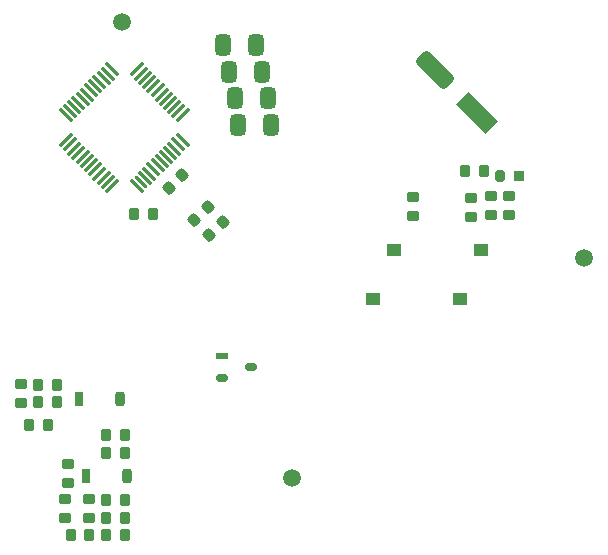
<source format=gbr>
%TF.GenerationSoftware,Altium Limited,Altium Designer,23.4.1 (23)*%
G04 Layer_Color=8421504*
%FSLAX26Y26*%
%MOIN*%
%TF.SameCoordinates,1F395C4B-4EE4-4E32-9856-E664E5071CD5*%
%TF.FilePolarity,Positive*%
%TF.FileFunction,Paste,Top*%
%TF.Part,CustomerPanel*%
G01*
G75*
%TA.AperFunction,SMDPad,CuDef*%
G04:AMPARAMS|DCode=11|XSize=39.37mil|YSize=35.433mil|CornerRadius=8.858mil|HoleSize=0mil|Usage=FLASHONLY|Rotation=0.000|XOffset=0mil|YOffset=0mil|HoleType=Round|Shape=RoundedRectangle|*
%AMROUNDEDRECTD11*
21,1,0.039370,0.017717,0,0,0.0*
21,1,0.021654,0.035433,0,0,0.0*
1,1,0.017716,0.010827,-0.008858*
1,1,0.017716,-0.010827,-0.008858*
1,1,0.017716,-0.010827,0.008858*
1,1,0.017716,0.010827,0.008858*
%
%ADD11ROUNDEDRECTD11*%
G04:AMPARAMS|DCode=12|XSize=58.071mil|YSize=11.811mil|CornerRadius=2.953mil|HoleSize=0mil|Usage=FLASHONLY|Rotation=225.000|XOffset=0mil|YOffset=0mil|HoleType=Round|Shape=RoundedRectangle|*
%AMROUNDEDRECTD12*
21,1,0.058071,0.005905,0,0,225.0*
21,1,0.052165,0.011811,0,0,225.0*
1,1,0.005906,-0.020531,-0.016355*
1,1,0.005906,0.016355,0.020531*
1,1,0.005906,0.020531,0.016355*
1,1,0.005906,-0.016355,-0.020531*
%
%ADD12ROUNDEDRECTD12*%
G04:AMPARAMS|DCode=13|XSize=39.37mil|YSize=35.433mil|CornerRadius=8.858mil|HoleSize=0mil|Usage=FLASHONLY|Rotation=315.000|XOffset=0mil|YOffset=0mil|HoleType=Round|Shape=RoundedRectangle|*
%AMROUNDEDRECTD13*
21,1,0.039370,0.017717,0,0,315.0*
21,1,0.021654,0.035433,0,0,315.0*
1,1,0.017716,0.001392,-0.013920*
1,1,0.017716,-0.013920,0.001392*
1,1,0.017716,-0.001392,0.013920*
1,1,0.017716,0.013920,-0.001392*
%
%ADD13ROUNDEDRECTD13*%
G04:AMPARAMS|DCode=14|XSize=39.37mil|YSize=35.433mil|CornerRadius=8.858mil|HoleSize=0mil|Usage=FLASHONLY|Rotation=90.000|XOffset=0mil|YOffset=0mil|HoleType=Round|Shape=RoundedRectangle|*
%AMROUNDEDRECTD14*
21,1,0.039370,0.017717,0,0,90.0*
21,1,0.021654,0.035433,0,0,90.0*
1,1,0.017716,0.008858,0.010827*
1,1,0.017716,0.008858,-0.010827*
1,1,0.017716,-0.008858,-0.010827*
1,1,0.017716,-0.008858,0.010827*
%
%ADD14ROUNDEDRECTD14*%
%ADD15R,0.039370X0.023622*%
G04:AMPARAMS|DCode=16|XSize=23.622mil|YSize=39.37mil|CornerRadius=5.906mil|HoleSize=0mil|Usage=FLASHONLY|Rotation=90.000|XOffset=0mil|YOffset=0mil|HoleType=Round|Shape=RoundedRectangle|*
%AMROUNDEDRECTD16*
21,1,0.023622,0.027559,0,0,90.0*
21,1,0.011811,0.039370,0,0,90.0*
1,1,0.011811,0.013780,0.005906*
1,1,0.011811,0.013780,-0.005906*
1,1,0.011811,-0.013780,-0.005906*
1,1,0.011811,-0.013780,0.005906*
%
%ADD16ROUNDEDRECTD16*%
G04:AMPARAMS|DCode=17|XSize=47.244mil|YSize=31.496mil|CornerRadius=7.874mil|HoleSize=0mil|Usage=FLASHONLY|Rotation=90.000|XOffset=0mil|YOffset=0mil|HoleType=Round|Shape=RoundedRectangle|*
%AMROUNDEDRECTD17*
21,1,0.047244,0.015748,0,0,90.0*
21,1,0.031496,0.031496,0,0,90.0*
1,1,0.015748,0.007874,0.015748*
1,1,0.015748,0.007874,-0.015748*
1,1,0.015748,-0.007874,-0.015748*
1,1,0.015748,-0.007874,0.015748*
%
%ADD17ROUNDEDRECTD17*%
%ADD18R,0.031496X0.047244*%
%ADD19R,0.033465X0.037402*%
G04:AMPARAMS|DCode=20|XSize=37.402mil|YSize=33.465mil|CornerRadius=8.366mil|HoleSize=0mil|Usage=FLASHONLY|Rotation=270.000|XOffset=0mil|YOffset=0mil|HoleType=Round|Shape=RoundedRectangle|*
%AMROUNDEDRECTD20*
21,1,0.037402,0.016732,0,0,270.0*
21,1,0.020669,0.033465,0,0,270.0*
1,1,0.016732,-0.008366,-0.010335*
1,1,0.016732,-0.008366,0.010335*
1,1,0.016732,0.008366,0.010335*
1,1,0.016732,0.008366,-0.010335*
%
%ADD20ROUNDEDRECTD20*%
G04:AMPARAMS|DCode=21|XSize=70.866mil|YSize=51.181mil|CornerRadius=12.795mil|HoleSize=0mil|Usage=FLASHONLY|Rotation=270.000|XOffset=0mil|YOffset=0mil|HoleType=Round|Shape=RoundedRectangle|*
%AMROUNDEDRECTD21*
21,1,0.070866,0.025591,0,0,270.0*
21,1,0.045276,0.051181,0,0,270.0*
1,1,0.025590,-0.012795,-0.022638*
1,1,0.025590,-0.012795,0.022638*
1,1,0.025590,0.012795,0.022638*
1,1,0.025590,0.012795,-0.022638*
%
%ADD21ROUNDEDRECTD21*%
G04:AMPARAMS|DCode=22|XSize=58.071mil|YSize=11.811mil|CornerRadius=0mil|HoleSize=0mil|Usage=FLASHONLY|Rotation=135.000|XOffset=0mil|YOffset=0mil|HoleType=Round|Shape=Rectangle|*
%AMROTATEDRECTD22*
4,1,4,0.024707,-0.016355,0.016355,-0.024707,-0.024707,0.016355,-0.016355,0.024707,0.024707,-0.016355,0.0*
%
%ADD22ROTATEDRECTD22*%

G04:AMPARAMS|DCode=23|XSize=58.071mil|YSize=11.811mil|CornerRadius=0mil|HoleSize=0mil|Usage=FLASHONLY|Rotation=135.000|XOffset=0mil|YOffset=0mil|HoleType=Round|Shape=Round|*
%AMOVALD23*
21,1,0.046260,0.011811,0.000000,0.000000,135.0*
1,1,0.011811,0.016355,-0.016355*
1,1,0.011811,-0.016355,0.016355*
%
%ADD23OVALD23*%

G04:AMPARAMS|DCode=24|XSize=58.071mil|YSize=11.811mil|CornerRadius=2.953mil|HoleSize=0mil|Usage=FLASHONLY|Rotation=135.000|XOffset=0mil|YOffset=0mil|HoleType=Round|Shape=RoundedRectangle|*
%AMROUNDEDRECTD24*
21,1,0.058071,0.005905,0,0,135.0*
21,1,0.052165,0.011811,0,0,135.0*
1,1,0.005906,-0.016355,0.020531*
1,1,0.005906,0.020531,-0.016355*
1,1,0.005906,0.016355,-0.020531*
1,1,0.005906,-0.020531,0.016355*
%
%ADD24ROUNDEDRECTD24*%
%ADD25R,0.047244X0.039370*%
%TA.AperFunction,FiducialPad,Global*%
%ADD26C,0.059055*%
%TA.AperFunction,SMDPad,CuDef*%
G04:AMPARAMS|DCode=27|XSize=59.055mil|YSize=137.795mil|CornerRadius=14.764mil|HoleSize=0mil|Usage=FLASHONLY|Rotation=225.000|XOffset=0mil|YOffset=0mil|HoleType=Round|Shape=RoundedRectangle|*
%AMROUNDEDRECTD27*
21,1,0.059055,0.108268,0,0,225.0*
21,1,0.029527,0.137795,0,0,225.0*
1,1,0.029528,-0.048718,0.027839*
1,1,0.029528,-0.027839,0.048718*
1,1,0.029528,0.048718,-0.027839*
1,1,0.029528,0.027839,-0.048718*
%
%ADD27ROUNDEDRECTD27*%
G04:AMPARAMS|DCode=28|XSize=59.055mil|YSize=137.795mil|CornerRadius=0mil|HoleSize=0mil|Usage=FLASHONLY|Rotation=225.000|XOffset=0mil|YOffset=0mil|HoleType=Round|Shape=Rectangle|*
%AMROTATEDRECTD28*
4,1,4,-0.027839,0.069597,0.069597,-0.027839,0.027839,-0.069597,-0.069597,0.027839,-0.027839,0.069597,0.0*
%
%ADD28ROTATEDRECTD28*%

D11*
X1679134Y1167323D02*
D03*
Y1104331D02*
D03*
X210601Y274182D02*
D03*
Y211190D02*
D03*
X279499Y93080D02*
D03*
Y156072D02*
D03*
X200758Y93080D02*
D03*
Y156072D02*
D03*
X53121Y476938D02*
D03*
X53121Y539930D02*
D03*
X1359192Y1163954D02*
D03*
Y1100962D02*
D03*
X1552192Y1095962D02*
D03*
Y1158954D02*
D03*
X1620192Y1103962D02*
D03*
Y1166954D02*
D03*
D12*
X272668Y1283240D02*
D03*
X592147Y1435685D02*
D03*
X578227Y1449605D02*
D03*
X564308Y1463524D02*
D03*
X550389Y1477444D02*
D03*
X536469Y1491363D02*
D03*
X522550Y1505282D02*
D03*
X508630Y1519202D02*
D03*
X494711Y1533121D02*
D03*
X480791Y1547041D02*
D03*
X466872Y1560960D02*
D03*
X452952Y1574880D02*
D03*
X439033Y1588799D02*
D03*
X203071Y1352837D02*
D03*
X216990Y1338917D02*
D03*
X230910Y1324998D02*
D03*
X244829Y1311079D02*
D03*
X258749Y1297159D02*
D03*
X286587Y1269320D02*
D03*
X300507Y1255401D02*
D03*
X314426Y1241481D02*
D03*
X328346Y1227562D02*
D03*
X342265Y1213642D02*
D03*
X356185Y1199723D02*
D03*
D13*
X680456Y1037344D02*
D03*
X724998Y1081887D02*
D03*
X675785Y1131099D02*
D03*
X631243Y1086557D02*
D03*
X590463Y1236729D02*
D03*
X545920Y1192187D02*
D03*
D14*
X143672Y404852D02*
D03*
X80680Y404851D02*
D03*
X399577Y154104D02*
D03*
X336585D02*
D03*
X399577Y95049D02*
D03*
X336585D02*
D03*
Y35993D02*
D03*
X399577Y35993D02*
D03*
X336585Y370639D02*
D03*
X399577Y370639D02*
D03*
X336585Y311584D02*
D03*
X399577D02*
D03*
X110207Y478907D02*
D03*
X173200D02*
D03*
X110207Y537962D02*
D03*
X173199D02*
D03*
X281467Y35993D02*
D03*
X218475D02*
D03*
X428696Y1108458D02*
D03*
X491688D02*
D03*
X1595688Y1251458D02*
D03*
X1532696D02*
D03*
D15*
X724381Y634419D02*
D03*
D16*
Y559615D02*
D03*
X818869Y597017D02*
D03*
D17*
X407452Y232844D02*
D03*
X382924Y488749D02*
D03*
D18*
X269656Y232844D02*
D03*
X245129Y488749D02*
D03*
D19*
X1713672Y1234458D02*
D03*
D20*
X1648711D02*
D03*
D21*
X726349Y1669852D02*
D03*
X836585D02*
D03*
X746034Y1581269D02*
D03*
X856270D02*
D03*
X765719Y1492686D02*
D03*
X875955D02*
D03*
X775562Y1404104D02*
D03*
X885798D02*
D03*
D22*
X439033Y1199723D02*
D03*
D23*
X452952Y1213642D02*
D03*
D24*
X466872Y1227562D02*
D03*
X480791Y1241481D02*
D03*
X494711Y1255401D02*
D03*
X508630Y1269320D02*
D03*
X522550Y1283240D02*
D03*
X536469Y1297159D02*
D03*
X550389Y1311079D02*
D03*
X564308Y1324998D02*
D03*
X578227Y1338917D02*
D03*
X592147Y1352837D02*
D03*
X356185Y1588799D02*
D03*
X342265Y1574880D02*
D03*
X328346Y1560960D02*
D03*
X314426Y1547041D02*
D03*
X300507Y1533121D02*
D03*
X286587Y1519202D02*
D03*
X272668Y1505282D02*
D03*
X258749Y1491363D02*
D03*
X244829Y1477444D02*
D03*
X230910Y1463524D02*
D03*
X216990Y1449605D02*
D03*
X203071Y1435685D02*
D03*
D25*
X1295522Y988458D02*
D03*
X1586861D02*
D03*
X1226853Y824458D02*
D03*
X1518192D02*
D03*
D26*
X1931247Y960332D02*
D03*
X956026Y227159D02*
D03*
X390444Y1746072D02*
D03*
D27*
X1432919Y1587297D02*
D03*
D28*
X1574897Y1445319D02*
D03*
%TF.MD5,6a0a0f268bf5e5f68865c6fdf88cb9e6*%
M02*

</source>
